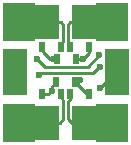
<source format=gtl>
%TF.GenerationSoftware,KiCad,Pcbnew,4.0.4-stable*%
%TF.CreationDate,2017-03-14T02:34:00+02:00*%
%TF.ProjectId,ltc2990_sensor,6C7463323939305F73656E736F722E6B,rev?*%
%TF.FileFunction,Copper,L1,Top,Signal*%
%FSLAX46Y46*%
G04 Gerber Fmt 4.6, Leading zero omitted, Abs format (unit mm)*
G04 Created by KiCad (PCBNEW 4.0.4-stable) date 03/14/17 02:34:00*
%MOMM*%
%LPD*%
G01*
G04 APERTURE LIST*
%ADD10C,0.100000*%
%ADD11R,2.700000X3.200000*%
%ADD12R,2.000000X4.000000*%
%ADD13R,3.000000X3.000000*%
%ADD14R,0.500000X0.850000*%
%ADD15C,0.600000*%
%ADD16C,0.250000*%
G04 APERTURE END LIST*
D10*
D11*
X161050000Y-112000000D03*
X168950000Y-112000000D03*
D12*
X169300000Y-116200000D03*
X160700000Y-116200000D03*
D11*
X168950000Y-120500000D03*
X161050000Y-120500000D03*
D13*
X167000000Y-120500000D03*
X163000000Y-120500000D03*
X163000000Y-112000000D03*
X167000000Y-112000000D03*
D14*
X165800000Y-117100000D03*
X164200000Y-117100000D03*
X164600000Y-114100000D03*
X163000000Y-114100000D03*
X163000000Y-118100000D03*
X164600000Y-118100000D03*
X167000000Y-118100000D03*
X165400000Y-118100000D03*
X165400000Y-114100000D03*
X167000000Y-114100000D03*
X165900000Y-115100000D03*
X164300000Y-115100000D03*
D15*
X167894000Y-117602000D03*
X160528000Y-114757200D03*
X166500000Y-115100000D03*
X164000000Y-115100000D03*
X166200000Y-116900000D03*
X163800000Y-117800000D03*
X167792000Y-114808000D03*
X162600000Y-115100000D03*
X162700000Y-116500000D03*
X167877199Y-115752601D03*
D16*
X169300000Y-116200000D02*
X169296000Y-116200000D01*
X169296000Y-116200000D02*
X167894000Y-117602000D01*
X160700000Y-116200000D02*
X160700000Y-114929200D01*
X160700000Y-114929200D02*
X160528000Y-114757200D01*
X167000000Y-114600000D02*
X167000000Y-114100000D01*
X166500000Y-115100000D02*
X167000000Y-114600000D01*
X165900000Y-115100000D02*
X166500000Y-115100000D01*
X164000000Y-115100000D02*
X164300000Y-115100000D01*
X163700000Y-115100000D02*
X164000000Y-115100000D01*
X163100000Y-114500000D02*
X163700000Y-115100000D01*
X163100000Y-114100000D02*
X163100000Y-114500000D01*
X167000000Y-118100000D02*
X166800000Y-118100000D01*
X166800000Y-118100000D02*
X165800000Y-117100000D01*
X165800000Y-117100000D02*
X166000000Y-117100000D01*
X166000000Y-117100000D02*
X166200000Y-116900000D01*
X163000000Y-118100000D02*
X163500000Y-118100000D01*
X163500000Y-118100000D02*
X163800000Y-117800000D01*
X163800000Y-117800000D02*
X163800000Y-117500000D01*
X163800000Y-117500000D02*
X164200000Y-117100000D01*
X163000000Y-112000000D02*
X164600000Y-112000000D01*
X164800000Y-113600000D02*
X164800000Y-112200000D01*
X164800000Y-112200000D02*
X164600000Y-112000000D01*
X164600000Y-113800000D02*
X164800000Y-113600000D01*
X164600000Y-114100000D02*
X164600000Y-113800000D01*
X161050000Y-112000000D02*
X163000000Y-112000000D01*
X167000000Y-112000000D02*
X165400000Y-112000000D01*
X165200000Y-113600000D02*
X165200000Y-112200000D01*
X165200000Y-112200000D02*
X165400000Y-112000000D01*
X165400000Y-113800000D02*
X165200000Y-113600000D01*
X165400000Y-114100000D02*
X165400000Y-113800000D01*
X168950000Y-112000000D02*
X167000000Y-112000000D01*
X167000000Y-120500000D02*
X168950000Y-120500000D01*
X165324999Y-118575001D02*
X165324999Y-118175001D01*
X165324999Y-118175001D02*
X165400000Y-118100000D01*
X165200000Y-120200000D02*
X165500000Y-120500000D01*
X165500000Y-120500000D02*
X167000000Y-120500000D01*
X165200000Y-118700000D02*
X165200000Y-120200000D01*
X165324999Y-118575001D02*
X165200000Y-118700000D01*
X163000000Y-120500000D02*
X161050000Y-120500000D01*
X164500000Y-120500000D02*
X163000000Y-120500000D01*
X164800000Y-118600000D02*
X164800000Y-120200000D01*
X164800000Y-120200000D02*
X164500000Y-120500000D01*
X164675001Y-118475001D02*
X164800000Y-118600000D01*
X167792000Y-114808000D02*
X166849999Y-115750001D01*
X166849999Y-115750001D02*
X163250001Y-115750001D01*
X163250001Y-115750001D02*
X162600000Y-115100000D01*
X162900000Y-116300000D02*
X162700000Y-116500000D01*
X167300000Y-116300000D02*
X162900000Y-116300000D01*
X167847399Y-115752601D02*
X167300000Y-116300000D01*
X167877199Y-115752601D02*
X167847399Y-115752601D01*
M02*

</source>
